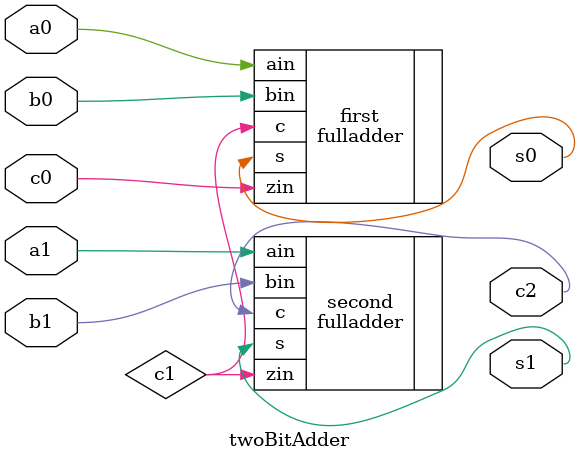
<source format=v>
`timescale 1ns / 1ps


module twoBitAdder(a0,b0,a1,b1,c0,s0,s1,c2);
    
   
input a0, b0, a1, b1, c0;
output s0, s1, c2;

wire s1, s0;
wire c1; 

fulladder first( .ain(a0), .bin(b0), .zin(c0), .s(s0), .c(c1));

fulladder second ( .ain(a1), .bin(b1), .zin(c1), .s(s1), .c(c2) );







endmodule

</source>
